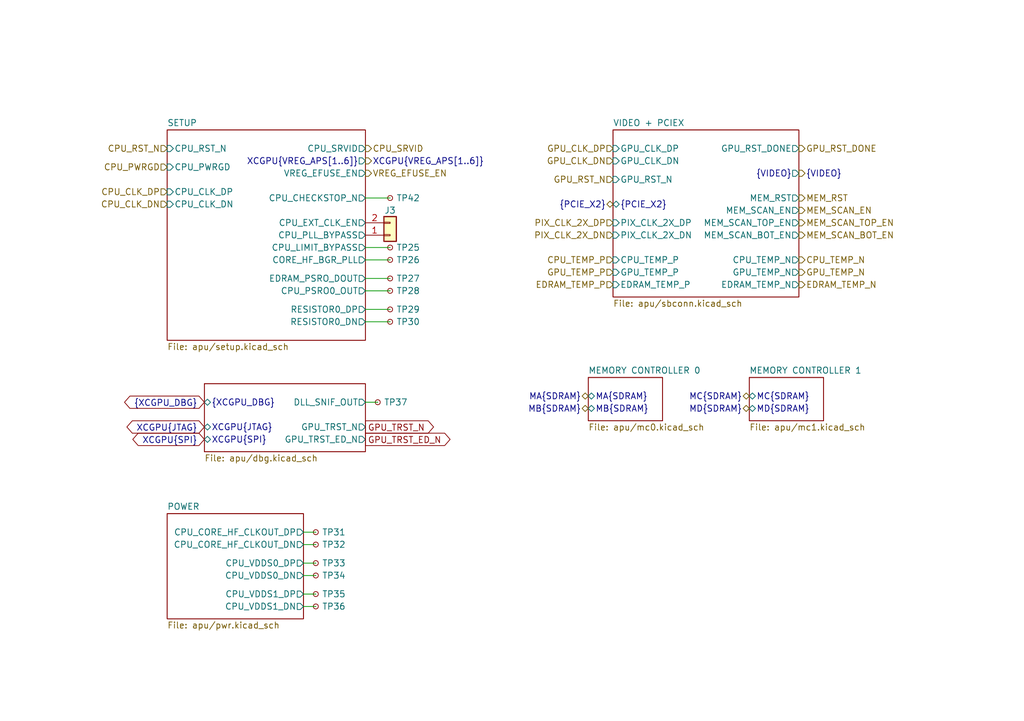
<source format=kicad_sch>
(kicad_sch (version 20250114) (generator "eeschema") (generator_version "9.0")
  (paper "A5")
  (lib_symbols
    (symbol "Connector:TestPoint_Small" (pin_numbers (hide yes)) (pin_names (offset 0.762) (hide yes))
      (property "Reference" "TP" (at 0 3.81 0))
      (property "Value" "TestPoint_Small" (at 0 2.032 0))
      (symbol "TestPoint_Small_0_1"
        (circle (center 0 0) (radius 0.508))
      )
      (symbol "TestPoint_Small_1_1"
        (pin passive line (at 0 0 90) (length 0) (name "1") (number "1"))
      )
    )
    (symbol "Connector_Generic:Conn_01x02" (pin_names (offset 1.016) (hide yes))
      (property "Reference" "J" (at 0 2.54 0))
      (property "Value" "Conn_01x02" (at 0 -5.08 0))
      (symbol "Conn_01x02_1_1"
        (rectangle (start -1.27 1.27) (end 1.27 -3.81) (stroke (width 0.254)) (fill (type background)))
        (rectangle (start -1.27 0.127) (end 0 -0.127) (stroke (width 0.1524)))
        (rectangle (start -1.27 -2.413) (end 0 -2.667) (stroke (width 0.1524)))
        (pin passive line (at -5.08 0 0) (length 3.81) (name "Pin_1") (number "1"))
        (pin passive line (at -5.08 -2.54 0) (length 3.81) (name "Pin_2") (number "2"))
      )
    )
  )
  (bus_alias "SPI" (members "CLK" "MOSI" "MISO" "CS" "WP"))
  (bus_alias "XCGPU_DBG" (members "POST_OUT[0..7]" "RESET[0..2]" "CPUCLK[0..1]" "GPUCLK[0..1]" "TBCLK[0..1]" "POST_IN[0..4]" "GPU_HB"))
  (wire (pts (xy 74.93 59.69) (xy 80.01 59.69)))
  (wire (pts (xy 62.23 115.57) (xy 64.77 115.57)))
  (wire (pts (xy 74.93 50.8) (xy 80.01 50.8)))
  (wire (pts (xy 62.23 109.22) (xy 64.77 109.22)))
  (wire (pts (xy 74.93 66.04) (xy 80.01 66.04)))
  (wire (pts (xy 62.23 121.92) (xy 64.77 121.92)))
  (wire (pts (xy 74.93 40.64) (xy 80.01 40.64)))
  (wire (pts (xy 62.23 111.76) (xy 64.77 111.76)))
  (wire (pts (xy 62.23 124.46) (xy 64.77 124.46)))
  (wire (pts (xy 74.93 63.5) (xy 80.01 63.5)))
  (wire (pts (xy 74.93 57.15) (xy 80.01 57.15)))
  (wire (pts (xy 74.93 82.55) (xy 77.47 82.55)))
  (wire (pts (xy 62.23 118.11) (xy 64.77 118.11)))
  (wire (pts (xy 74.93 53.34) (xy 80.01 53.34)))
  (global_label "XCGPU{JTAG}" (shape bidirectional) (at 41.91 87.63 180) (property "Intersheetrefs" "${INTERSHEET_REFS}" (at 25.4763 87.63 0) (effects (justify right))))
  (global_label "XCGPU{SPI}" (shape bidirectional) (at 41.91 90.17 180) (property "Intersheetrefs" "${INTERSHEET_REFS}" (at 26.6858 90.17 0) (effects (justify right))))
  (global_label "{XCGPU_DBG}" (shape bidirectional) (at 41.91 82.55 180) (property "Intersheetrefs" "${INTERSHEET_REFS}" (at 24.9925 82.55 0) (effects (justify right))))
  (global_label "GPU_TRST_N" (shape output) (at 74.93 87.63 0) (property "Intersheetrefs" "${INTERSHEET_REFS}" (at 89.4661 87.63 0) (effects (justify left))))
  (global_label "GPU_TRST_ED_N" (shape output) (at 74.93 90.17 0) (property "Intersheetrefs" "${INTERSHEET_REFS}" (at 92.8527 90.17 0) (effects (justify left))))
  (hierarchical_label "MEM_SCAN_TOP_EN" (shape output) (at 163.83 45.72 0))
  (hierarchical_label "CPU_CLK_DN" (shape input) (at 34.29 41.91 180))
  (hierarchical_label "GPU_TEMP_P" (shape input) (at 125.73 55.88 180))
  (hierarchical_label "MEM_SCAN_BOT_EN" (shape output) (at 163.83 48.26 0))
  (hierarchical_label "MD{SDRAM}" (shape bidirectional) (at 153.67 83.82 180))
  (hierarchical_label "CPU_PWRGD" (shape input) (at 34.29 34.29 180))
  (hierarchical_label "GPU_CLK_DN" (shape input) (at 125.73 33.02 180))
  (hierarchical_label "{PCIE_X2}" (shape bidirectional) (at 125.73 41.91 180))
  (hierarchical_label "PIX_CLK_2X_DN" (shape input) (at 125.73 48.26 180))
  (hierarchical_label "MEM_RST" (shape output) (at 163.83 40.64 0))
  (hierarchical_label "CPU_SRVID" (shape output) (at 74.93 30.48 0))
  (hierarchical_label "CPU_TEMP_N" (shape output) (at 163.83 53.34 0))
  (hierarchical_label "CPU_RST_N" (shape input) (at 34.29 30.48 180))
  (hierarchical_label "EDRAM_TEMP_N" (shape output) (at 163.83 58.42 0))
  (hierarchical_label "PIX_CLK_2X_DP" (shape input) (at 125.73 45.72 180))
  (hierarchical_label "MC{SDRAM}" (shape bidirectional) (at 153.67 81.28 180))
  (hierarchical_label "MEM_SCAN_EN" (shape output) (at 163.83 43.18 0))
  (hierarchical_label "GPU_RST_DONE" (shape output) (at 163.83 30.48 0))
  (hierarchical_label "GPU_TEMP_N" (shape output) (at 163.83 55.88 0))
  (hierarchical_label "CPU_TEMP_P" (shape input) (at 125.73 53.34 180))
  (hierarchical_label "EDRAM_TEMP_P" (shape input) (at 125.73 58.42 180))
  (hierarchical_label "{VIDEO}" (shape output) (at 163.83 35.56 0))
  (hierarchical_label "MA{SDRAM}" (shape bidirectional) (at 120.65 81.28 180))
  (hierarchical_label "CPU_CLK_DP" (shape input) (at 34.29 39.37 180))
  (hierarchical_label "GPU_RST_N" (shape input) (at 125.73 36.83 180))
  (hierarchical_label "MB{SDRAM}" (shape bidirectional) (at 120.65 83.82 180))
  (hierarchical_label "VREG_EFUSE_EN" (shape output) (at 74.93 35.56 0))
  (hierarchical_label "GPU_CLK_DP" (shape input) (at 125.73 30.48 180))
  (hierarchical_label "XCGPU{VREG_APS[1..6]}" (shape output) (at 74.93 33.02 0))
  (symbol (lib_id "Connector:TestPoint_Small") (at 64.77 115.57 0) (unit 1)
    (property "Reference" "TP33" (at 66.04 115.57 0) (effects (justify left)))
    (property "Value" "TestPoint_Small" (effects (hide yes)))
    (property "Description" "test point" (effects (hide yes)))
  )
  (symbol (lib_id "Connector_Generic:Conn_01x02") (at 80.01 48.26 0) (mirror x) (unit 1)
    (property "Reference" "J3" (at 80.01 43.18 0))
    (property "Value" "Conn_01x02" (effects (hide yes)))
    (property "Description" "Generic connector, single row, 01x02, script generated (kicad-library-utils/schlib/autogen/connector/)" (effects (hide yes)))
  )
  (symbol (lib_id "Connector:TestPoint_Small") (at 80.01 63.5 0) (unit 1)
    (property "Reference" "TP29" (at 81.28 63.5 0) (effects (justify left)))
    (property "Value" "TestPoint_Small" (effects (hide yes)))
    (property "Description" "test point" (effects (hide yes)))
  )
  (symbol (lib_id "Connector:TestPoint_Small") (at 80.01 66.04 0) (unit 1)
    (property "Reference" "TP30" (at 81.28 66.04 0) (effects (justify left)))
    (property "Value" "TestPoint_Small" (effects (hide yes)))
    (property "Description" "test point" (effects (hide yes)))
  )
  (symbol (lib_id "Connector:TestPoint_Small") (at 64.77 109.22 0) (unit 1)
    (property "Reference" "TP31" (at 66.04 109.22 0) (effects (justify left)))
    (property "Value" "TestPoint_Small" (effects (hide yes)))
    (property "Description" "test point" (effects (hide yes)))
  )
  (symbol (lib_id "Connector:TestPoint_Small") (at 64.77 124.46 0) (unit 1)
    (property "Reference" "TP36" (at 66.04 124.46 0) (effects (justify left)))
    (property "Value" "TestPoint_Small" (effects (hide yes)))
    (property "Description" "test point" (effects (hide yes)))
  )
  (symbol (lib_id "Connector:TestPoint_Small") (at 80.01 59.69 0) (unit 1)
    (property "Reference" "TP28" (at 81.28 59.69 0) (effects (justify left)))
    (property "Value" "TestPoint_Small" (effects (hide yes)))
    (property "Description" "test point" (effects (hide yes)))
  )
  (symbol (lib_id "Connector:TestPoint_Small") (at 64.77 121.92 0) (unit 1)
    (property "Reference" "TP35" (at 66.04 121.92 0) (effects (justify left)))
    (property "Value" "TestPoint_Small" (effects (hide yes)))
    (property "Description" "test point" (effects (hide yes)))
  )
  (symbol (lib_id "Connector:TestPoint_Small") (at 80.01 50.8 0) (unit 1)
    (property "Reference" "TP25" (at 81.28 50.8 0) (effects (justify left)))
    (property "Value" "TestPoint_Small" (effects (hide yes)))
    (property "Description" "test point" (effects (hide yes)))
  )
  (symbol (lib_id "Connector:TestPoint_Small") (at 80.01 53.34 0) (unit 1)
    (property "Reference" "TP26" (at 81.28 53.34 0) (effects (justify left)))
    (property "Value" "TestPoint_Small" (effects (hide yes)))
    (property "Description" "test point" (effects (hide yes)))
  )
  (symbol (lib_id "Connector:TestPoint_Small") (at 80.01 40.64 0) (unit 1)
    (property "Reference" "TP42" (at 81.28 40.64 0) (effects (justify left)))
    (property "Value" "TestPoint_Small" (effects (hide yes)))
    (property "Description" "test point" (effects (hide yes)))
  )
  (symbol (lib_id "Connector:TestPoint_Small") (at 64.77 111.76 0) (unit 1)
    (property "Reference" "TP32" (at 66.04 111.76 0) (effects (justify left)))
    (property "Value" "TestPoint_Small" (effects (hide yes)))
    (property "Description" "test point" (effects (hide yes)))
  )
  (symbol (lib_id "Connector:TestPoint_Small") (at 77.47 82.55 0) (unit 1)
    (property "Reference" "TP37" (at 78.74 82.55 0) (effects (justify left)))
    (property "Value" "TestPoint_Small" (effects (hide yes)))
    (property "Description" "test point" (effects (hide yes)))
  )
  (symbol (lib_id "Connector:TestPoint_Small") (at 80.01 57.15 0) (unit 1)
    (property "Reference" "TP27" (at 81.28 57.15 0) (effects (justify left)))
    (property "Value" "TestPoint_Small" (effects (hide yes)))
    (property "Description" "test point" (effects (hide yes)))
  )
  (symbol (lib_id "Connector:TestPoint_Small") (at 64.77 118.11 0) (unit 1)
    (property "Reference" "TP34" (at 66.04 118.11 0) (effects (justify left)))
    (property "Value" "TestPoint_Small" (effects (hide yes)))
    (property "Description" "test point" (effects (hide yes)))
  )
  (sheet (at 34.29 105.41) (size 27.94 21.59) (stroke (width 0.1524))
    (property "Sheetname" "POWER" (at 34.29 104.6984 0) (effects (justify left bottom)))
    (property "Sheetfile" "apu/pwr.kicad_sch" (at 34.29 127.5846 0) (effects (justify left top)))
    (pin "CPU_CORE_HF_CLKOUT_DN" output (at 62.23 111.76 0))
    (pin "CPU_CORE_HF_CLKOUT_DP" output (at 62.23 109.22 0))
    (pin "CPU_VDDS0_DN" output (at 62.23 118.11 0))
    (pin "CPU_VDDS0_DP" output (at 62.23 115.57 0))
    (pin "CPU_VDDS1_DN" output (at 62.23 124.46 0))
    (pin "CPU_VDDS1_DP" output (at 62.23 121.92 0))
  )
  (sheet (at 34.29 26.67) (size 40.64 43.18) (stroke (width 0.1524))
    (property "Sheetname" "SETUP" (at 34.29 25.9584 0) (effects (justify left bottom)))
    (property "Sheetfile" "apu/setup.kicad_sch" (at 34.29 70.4346 0) (effects (justify left top)))
    (pin "CPU_CHECKSTOP_N" output (at 74.93 40.64 0))
    (pin "CPU_CLK_DN" input (at 34.29 41.91 180))
    (pin "CPU_CLK_DP" input (at 34.29 39.37 180))
    (pin "CPU_PWRGD" input (at 34.29 34.29 180))
    (pin "CPU_RST_N" input (at 34.29 30.48 180))
    (pin "CPU_SRVID" output (at 74.93 30.48 0))
    (pin "VREG_EFUSE_EN" output (at 74.93 35.56 0))
    (pin "CORE_HF_BGR_PLL" output (at 74.93 53.34 0))
    (pin "CPU_EXT_CLK_EN" output (at 74.93 45.72 0))
    (pin "CPU_LIMIT_BYPASS" output (at 74.93 50.8 0))
    (pin "CPU_PLL_BYPASS" output (at 74.93 48.26 0))
    (pin "CPU_PSRO0_OUT" output (at 74.93 59.69 0))
    (pin "EDRAM_PSRO_DOUT" output (at 74.93 57.15 0))
    (pin "RESISTOR0_DN" output (at 74.93 66.04 0))
    (pin "RESISTOR0_DP" output (at 74.93 63.5 0))
    (pin "XCGPU{VREG_APS[1..6]}" output (at 74.93 33.02 0))
  )
  (sheet (at 41.91 78.74) (size 33.02 13.97) (stroke (width 0.1524))
    (property "Sheetname" "DEBUG" (effects (hide yes)))
    (property "Sheetfile" "apu/dbg.kicad_sch" (at 41.91 93.2946 0) (effects (justify left top)))
    (pin "DLL_SNIF_OUT" output (at 74.93 82.55 0))
    (pin "GPU_TRST_ED_N" output (at 74.93 90.17 0))
    (pin "GPU_TRST_N" output (at 74.93 87.63 0))
    (pin "XCGPU{SPI}" bidirectional (at 41.91 90.17 180))
    (pin "XCGPU{JTAG}" bidirectional (at 41.91 87.63 180))
    (pin "{XCGPU_DBG}" bidirectional (at 41.91 82.55 180))
  )
  (sheet (at 120.65 77.47) (size 15.24 8.89) (stroke (width 0.1524))
    (property "Sheetname" "MEMORY CONTROLLER 0" (at 120.65 76.7584 0) (effects (justify left bottom)))
    (property "Sheetfile" "apu/mc0.kicad_sch" (at 120.65 86.9446 0) (effects (justify left top)))
    (pin "MA{SDRAM}" bidirectional (at 120.65 81.28 180))
    (pin "MB{SDRAM}" bidirectional (at 120.65 83.82 180))
  )
  (sheet (at 153.67 77.47) (size 15.24 8.89) (stroke (width 0.1524))
    (property "Sheetname" "MEMORY CONTROLLER 1" (at 153.67 76.7584 0) (effects (justify left bottom)))
    (property "Sheetfile" "apu/mc1.kicad_sch" (at 153.67 86.9446 0) (effects (justify left top)))
    (pin "MC{SDRAM}" bidirectional (at 153.67 81.28 180))
    (pin "MD{SDRAM}" bidirectional (at 153.67 83.82 180))
  )
  (sheet (at 125.73 26.67) (size 38.1 34.29) (stroke (width 0.1524))
    (property "Sheetname" "VIDEO + PCIEX" (at 125.73 25.9584 0) (effects (justify left bottom)))
    (property "Sheetfile" "apu/sbconn.kicad_sch" (at 125.73 61.5446 0) (effects (justify left top)))
    (pin "CPU_TEMP_N" output (at 163.83 53.34 0))
    (pin "CPU_TEMP_P" input (at 125.73 53.34 180))
    (pin "EDRAM_TEMP_N" output (at 163.83 58.42 0))
    (pin "EDRAM_TEMP_P" input (at 125.73 58.42 180))
    (pin "GPU_CLK_DN" input (at 125.73 33.02 180))
    (pin "GPU_CLK_DP" input (at 125.73 30.48 180))
    (pin "GPU_RST_N" input (at 125.73 36.83 180))
    (pin "GPU_RST_DONE" output (at 163.83 30.48 0))
    (pin "PIX_CLK_2X_DN" input (at 125.73 48.26 180))
    (pin "PIX_CLK_2X_DP" input (at 125.73 45.72 180))
    (pin "GPU_TEMP_P" input (at 125.73 55.88 180))
    (pin "GPU_TEMP_N" output (at 163.83 55.88 0))
    (pin "MEM_RST" output (at 163.83 40.64 0))
    (pin "MEM_SCAN_EN" output (at 163.83 43.18 0))
    (pin "MEM_SCAN_TOP_EN" output (at 163.83 45.72 0))
    (pin "MEM_SCAN_BOT_EN" output (at 163.83 48.26 0))
    (pin "{PCIE_X2}" bidirectional (at 125.73 41.91 180))
    (pin "{VIDEO}" output (at 163.83 35.56 0))
  )
)
</source>
